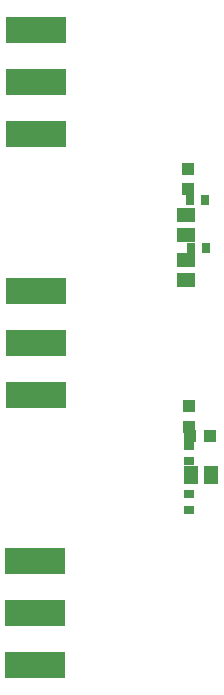
<source format=gtp>
G75*
G70*
%OFA0B0*%
%FSLAX24Y24*%
%IPPOS*%
%LPD*%
%AMOC8*
5,1,8,0,0,1.08239X$1,22.5*
%
%ADD10R,0.2000X0.0900*%
%ADD11R,0.0394X0.0433*%
%ADD12R,0.0591X0.0512*%
%ADD13R,0.0433X0.0394*%
%ADD14R,0.0512X0.0591*%
%ADD15R,0.0354X0.0276*%
%ADD16R,0.0276X0.0354*%
D10*
X011178Y007514D03*
X011178Y009254D03*
X011178Y010994D03*
X011199Y016498D03*
X011199Y018238D03*
X011199Y019978D03*
X011195Y025213D03*
X011195Y026953D03*
X011195Y028693D03*
D11*
X016260Y024042D03*
X016260Y023373D03*
X016300Y016130D03*
X016300Y015460D03*
D12*
X016207Y020348D03*
X016207Y021018D03*
X016209Y021841D03*
X016209Y022510D03*
D13*
X016318Y015153D03*
X016987Y015153D03*
D14*
X017035Y013843D03*
X016366Y013843D03*
D15*
X016286Y014312D03*
X016286Y014824D03*
X016285Y013196D03*
X016285Y012685D03*
D16*
X016355Y021426D03*
X016867Y021426D03*
X016830Y023002D03*
X016318Y023002D03*
M02*

</source>
